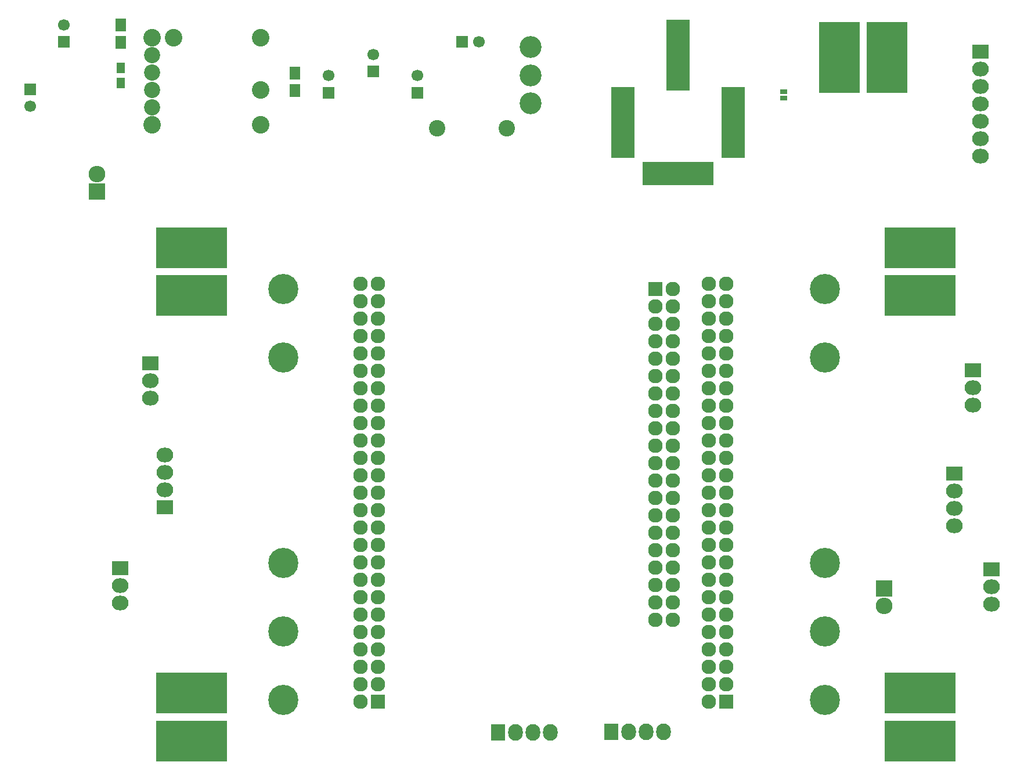
<source format=gts>
G04 #@! TF.FileFunction,Soldermask,Top*
%FSLAX46Y46*%
G04 Gerber Fmt 4.6, Leading zero omitted, Abs format (unit mm)*
G04 Created by KiCad (PCBNEW 4.0.5) date Wed May 31 10:26:28 2017*
%MOMM*%
%LPD*%
G01*
G04 APERTURE LIST*
%ADD10C,0.100000*%
%ADD11C,1.700000*%
%ADD12R,1.700000X1.700000*%
%ADD13R,1.650000X1.900000*%
%ADD14R,5.900000X10.400000*%
%ADD15R,10.400000X5.900000*%
%ADD16R,2.432000X2.432000*%
%ADD17O,2.432000X2.432000*%
%ADD18R,1.300000X1.600000*%
%ADD19R,3.400000X10.400000*%
%ADD20R,10.400000X3.400000*%
%ADD21C,3.200000*%
%ADD22C,2.560000*%
%ADD23C,2.360000*%
%ADD24C,4.400000*%
%ADD25R,2.432000X2.127200*%
%ADD26O,2.432000X2.127200*%
%ADD27R,2.127200X2.127200*%
%ADD28O,2.127200X2.127200*%
%ADD29C,2.398980*%
%ADD30R,1.000000X0.800000*%
%ADD31R,2.127200X2.432000*%
%ADD32O,2.127200X2.432000*%
G04 APERTURE END LIST*
D10*
D11*
X144250000Y-43750000D03*
D12*
X141750000Y-43750000D03*
D11*
X135300000Y-48700000D03*
D12*
X135300000Y-51200000D03*
D11*
X122300000Y-48700000D03*
D12*
X122300000Y-51200000D03*
D11*
X128800000Y-45600000D03*
D12*
X128800000Y-48100000D03*
D13*
X92000000Y-41350000D03*
X92000000Y-43850000D03*
D11*
X78800000Y-53200000D03*
D12*
X78800000Y-50700000D03*
D14*
X203800000Y-46050000D03*
X196800000Y-46050000D03*
D15*
X102300000Y-145800000D03*
X102300000Y-138800000D03*
X208550000Y-80800000D03*
X208550000Y-73800000D03*
D16*
X203300000Y-123550000D03*
D17*
X203300000Y-126090000D03*
D15*
X208550000Y-145800000D03*
X208550000Y-138800000D03*
X102300000Y-80800000D03*
X102300000Y-73800000D03*
D16*
X88550000Y-65590000D03*
D17*
X88550000Y-63050000D03*
D18*
X92000000Y-49800000D03*
X92000000Y-47600000D03*
D19*
X165200000Y-55500000D03*
X181300000Y-55500000D03*
D20*
X173250000Y-63000000D03*
D19*
X173250000Y-45700000D03*
D21*
X151800000Y-52749999D03*
X151800000Y-48649999D03*
X151800000Y-44550000D03*
D22*
X112420000Y-43180000D03*
X99720000Y-43180000D03*
X96550000Y-43180000D03*
X112420000Y-55880000D03*
X112420000Y-50800000D03*
D23*
X96550000Y-45720000D03*
X96550000Y-48260000D03*
X96550000Y-50800000D03*
X96550000Y-53340000D03*
D22*
X96550000Y-55880000D03*
D24*
X115720000Y-79800000D03*
X115720000Y-89800000D03*
X115720000Y-119800000D03*
X115720000Y-129800000D03*
X115720000Y-139800000D03*
X194680000Y-139800000D03*
X194680000Y-119800000D03*
X194680000Y-89800000D03*
X194680000Y-129800000D03*
X194680000Y-79800000D03*
D25*
X96300000Y-90660000D03*
D26*
X96300000Y-93200000D03*
X96300000Y-95740000D03*
D25*
X91900000Y-120560000D03*
D26*
X91900000Y-123100000D03*
X91900000Y-125640000D03*
D25*
X216300000Y-91660000D03*
D26*
X216300000Y-94200000D03*
X216300000Y-96740000D03*
D25*
X219000000Y-120720000D03*
D26*
X219000000Y-123260000D03*
X219000000Y-125800000D03*
D27*
X180340000Y-140000000D03*
D28*
X177800000Y-140000000D03*
X180340000Y-137460000D03*
X177800000Y-137460000D03*
X180340000Y-134920000D03*
X177800000Y-134920000D03*
X180340000Y-132380000D03*
X177800000Y-132380000D03*
X180340000Y-129840000D03*
X177800000Y-129840000D03*
X180340000Y-127300000D03*
X177800000Y-127300000D03*
X180340000Y-124760000D03*
X177800000Y-124760000D03*
X180340000Y-122220000D03*
X177800000Y-122220000D03*
X180340000Y-119680000D03*
X177800000Y-119680000D03*
X180340000Y-117140000D03*
X177800000Y-117140000D03*
X180340000Y-114600000D03*
X177800000Y-114600000D03*
X180340000Y-112060000D03*
X177800000Y-112060000D03*
X180340000Y-109520000D03*
X177800000Y-109520000D03*
X180340000Y-106980000D03*
X177800000Y-106980000D03*
X180340000Y-104440000D03*
X177800000Y-104440000D03*
X180340000Y-101900000D03*
X177800000Y-101900000D03*
X180340000Y-99360000D03*
X177800000Y-99360000D03*
X180340000Y-96820000D03*
X177800000Y-96820000D03*
X180340000Y-94280000D03*
X177800000Y-94280000D03*
X180340000Y-91740000D03*
X177800000Y-91740000D03*
X180340000Y-89200000D03*
X177800000Y-89200000D03*
X180340000Y-86660000D03*
X177800000Y-86660000D03*
X180340000Y-84120000D03*
X177800000Y-84120000D03*
X180340000Y-81580000D03*
X177800000Y-81580000D03*
X180340000Y-79040000D03*
X177800000Y-79040000D03*
D27*
X129540000Y-140000000D03*
D28*
X127000000Y-140000000D03*
X129540000Y-137460000D03*
X127000000Y-137460000D03*
X129540000Y-134920000D03*
X127000000Y-134920000D03*
X129540000Y-132380000D03*
X127000000Y-132380000D03*
X129540000Y-129840000D03*
X127000000Y-129840000D03*
X129540000Y-127300000D03*
X127000000Y-127300000D03*
X129540000Y-124760000D03*
X127000000Y-124760000D03*
X129540000Y-122220000D03*
X127000000Y-122220000D03*
X129540000Y-119680000D03*
X127000000Y-119680000D03*
X129540000Y-117140000D03*
X127000000Y-117140000D03*
X129540000Y-114600000D03*
X127000000Y-114600000D03*
X129540000Y-112060000D03*
X127000000Y-112060000D03*
X129540000Y-109520000D03*
X127000000Y-109520000D03*
X129540000Y-106980000D03*
X127000000Y-106980000D03*
X129540000Y-104440000D03*
X127000000Y-104440000D03*
X129540000Y-101900000D03*
X127000000Y-101900000D03*
X129540000Y-99360000D03*
X127000000Y-99360000D03*
X129540000Y-96820000D03*
X127000000Y-96820000D03*
X129540000Y-94280000D03*
X127000000Y-94280000D03*
X129540000Y-91740000D03*
X127000000Y-91740000D03*
X129540000Y-89200000D03*
X127000000Y-89200000D03*
X129540000Y-86660000D03*
X127000000Y-86660000D03*
X129540000Y-84120000D03*
X127000000Y-84120000D03*
X129540000Y-81580000D03*
X127000000Y-81580000D03*
X129540000Y-79040000D03*
X127000000Y-79040000D03*
D25*
X217400000Y-45220000D03*
D26*
X217400000Y-47760000D03*
X217400000Y-50300000D03*
X217400000Y-52840000D03*
X217400000Y-55380000D03*
X217400000Y-57920000D03*
X217400000Y-60460000D03*
D29*
X138120000Y-56400000D03*
X148280000Y-56400000D03*
D13*
X117400000Y-48350000D03*
X117400000Y-50850000D03*
D11*
X83700000Y-41300000D03*
D12*
X83700000Y-43800000D03*
D30*
X188700000Y-51950000D03*
X188700000Y-51050000D03*
D27*
X170000000Y-79800000D03*
D28*
X172540000Y-79800000D03*
X170000000Y-82340000D03*
X172540000Y-82340000D03*
X170000000Y-84880000D03*
X172540000Y-84880000D03*
X170000000Y-87420000D03*
X172540000Y-87420000D03*
X170000000Y-89960000D03*
X172540000Y-89960000D03*
X170000000Y-92500000D03*
X172540000Y-92500000D03*
X170000000Y-95040000D03*
X172540000Y-95040000D03*
X170000000Y-97580000D03*
X172540000Y-97580000D03*
X170000000Y-100120000D03*
X172540000Y-100120000D03*
X170000000Y-102660000D03*
X172540000Y-102660000D03*
X170000000Y-105200000D03*
X172540000Y-105200000D03*
X170000000Y-107740000D03*
X172540000Y-107740000D03*
X170000000Y-110280000D03*
X172540000Y-110280000D03*
X170000000Y-112820000D03*
X172540000Y-112820000D03*
X170000000Y-115360000D03*
X172540000Y-115360000D03*
X170000000Y-117900000D03*
X172540000Y-117900000D03*
X170000000Y-120440000D03*
X172540000Y-120440000D03*
X170000000Y-122980000D03*
X172540000Y-122980000D03*
X170000000Y-125520000D03*
X172540000Y-125520000D03*
X170000000Y-128060000D03*
X172540000Y-128060000D03*
D31*
X163520000Y-144450000D03*
D32*
X166060000Y-144450000D03*
X168600000Y-144450000D03*
X171140000Y-144450000D03*
D25*
X98400000Y-111680000D03*
D26*
X98400000Y-109140000D03*
X98400000Y-106600000D03*
X98400000Y-104060000D03*
D25*
X213600000Y-106720000D03*
D26*
X213600000Y-109260000D03*
X213600000Y-111800000D03*
X213600000Y-114340000D03*
D31*
X147000000Y-144500000D03*
D32*
X149540000Y-144500000D03*
X152080000Y-144500000D03*
X154620000Y-144500000D03*
M02*

</source>
